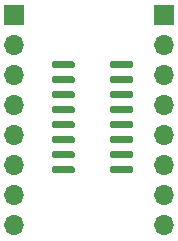
<source format=gbr>
%TF.GenerationSoftware,KiCad,Pcbnew,(5.1.9)-1*%
%TF.CreationDate,2021-09-05T14:58:14+02:00*%
%TF.ProjectId,SOIC-16,534f4943-2d31-4362-9e6b-696361645f70,rev?*%
%TF.SameCoordinates,Original*%
%TF.FileFunction,Soldermask,Top*%
%TF.FilePolarity,Negative*%
%FSLAX46Y46*%
G04 Gerber Fmt 4.6, Leading zero omitted, Abs format (unit mm)*
G04 Created by KiCad (PCBNEW (5.1.9)-1) date 2021-09-05 14:58:14*
%MOMM*%
%LPD*%
G01*
G04 APERTURE LIST*
%ADD10O,1.700000X1.700000*%
%ADD11R,1.700000X1.700000*%
G04 APERTURE END LIST*
%TO.C,U1*%
G36*
G01*
X147804000Y-90701000D02*
X147804000Y-90401000D01*
G75*
G02*
X147954000Y-90251000I150000J0D01*
G01*
X149604000Y-90251000D01*
G75*
G02*
X149754000Y-90401000I0J-150000D01*
G01*
X149754000Y-90701000D01*
G75*
G02*
X149604000Y-90851000I-150000J0D01*
G01*
X147954000Y-90851000D01*
G75*
G02*
X147804000Y-90701000I0J150000D01*
G01*
G37*
G36*
G01*
X147804000Y-91971000D02*
X147804000Y-91671000D01*
G75*
G02*
X147954000Y-91521000I150000J0D01*
G01*
X149604000Y-91521000D01*
G75*
G02*
X149754000Y-91671000I0J-150000D01*
G01*
X149754000Y-91971000D01*
G75*
G02*
X149604000Y-92121000I-150000J0D01*
G01*
X147954000Y-92121000D01*
G75*
G02*
X147804000Y-91971000I0J150000D01*
G01*
G37*
G36*
G01*
X147804000Y-93241000D02*
X147804000Y-92941000D01*
G75*
G02*
X147954000Y-92791000I150000J0D01*
G01*
X149604000Y-92791000D01*
G75*
G02*
X149754000Y-92941000I0J-150000D01*
G01*
X149754000Y-93241000D01*
G75*
G02*
X149604000Y-93391000I-150000J0D01*
G01*
X147954000Y-93391000D01*
G75*
G02*
X147804000Y-93241000I0J150000D01*
G01*
G37*
G36*
G01*
X147804000Y-94511000D02*
X147804000Y-94211000D01*
G75*
G02*
X147954000Y-94061000I150000J0D01*
G01*
X149604000Y-94061000D01*
G75*
G02*
X149754000Y-94211000I0J-150000D01*
G01*
X149754000Y-94511000D01*
G75*
G02*
X149604000Y-94661000I-150000J0D01*
G01*
X147954000Y-94661000D01*
G75*
G02*
X147804000Y-94511000I0J150000D01*
G01*
G37*
G36*
G01*
X147804000Y-95781000D02*
X147804000Y-95481000D01*
G75*
G02*
X147954000Y-95331000I150000J0D01*
G01*
X149604000Y-95331000D01*
G75*
G02*
X149754000Y-95481000I0J-150000D01*
G01*
X149754000Y-95781000D01*
G75*
G02*
X149604000Y-95931000I-150000J0D01*
G01*
X147954000Y-95931000D01*
G75*
G02*
X147804000Y-95781000I0J150000D01*
G01*
G37*
G36*
G01*
X147804000Y-97051000D02*
X147804000Y-96751000D01*
G75*
G02*
X147954000Y-96601000I150000J0D01*
G01*
X149604000Y-96601000D01*
G75*
G02*
X149754000Y-96751000I0J-150000D01*
G01*
X149754000Y-97051000D01*
G75*
G02*
X149604000Y-97201000I-150000J0D01*
G01*
X147954000Y-97201000D01*
G75*
G02*
X147804000Y-97051000I0J150000D01*
G01*
G37*
G36*
G01*
X147804000Y-98321000D02*
X147804000Y-98021000D01*
G75*
G02*
X147954000Y-97871000I150000J0D01*
G01*
X149604000Y-97871000D01*
G75*
G02*
X149754000Y-98021000I0J-150000D01*
G01*
X149754000Y-98321000D01*
G75*
G02*
X149604000Y-98471000I-150000J0D01*
G01*
X147954000Y-98471000D01*
G75*
G02*
X147804000Y-98321000I0J150000D01*
G01*
G37*
G36*
G01*
X147804000Y-99591000D02*
X147804000Y-99291000D01*
G75*
G02*
X147954000Y-99141000I150000J0D01*
G01*
X149604000Y-99141000D01*
G75*
G02*
X149754000Y-99291000I0J-150000D01*
G01*
X149754000Y-99591000D01*
G75*
G02*
X149604000Y-99741000I-150000J0D01*
G01*
X147954000Y-99741000D01*
G75*
G02*
X147804000Y-99591000I0J150000D01*
G01*
G37*
G36*
G01*
X142854000Y-99591000D02*
X142854000Y-99291000D01*
G75*
G02*
X143004000Y-99141000I150000J0D01*
G01*
X144654000Y-99141000D01*
G75*
G02*
X144804000Y-99291000I0J-150000D01*
G01*
X144804000Y-99591000D01*
G75*
G02*
X144654000Y-99741000I-150000J0D01*
G01*
X143004000Y-99741000D01*
G75*
G02*
X142854000Y-99591000I0J150000D01*
G01*
G37*
G36*
G01*
X142854000Y-98321000D02*
X142854000Y-98021000D01*
G75*
G02*
X143004000Y-97871000I150000J0D01*
G01*
X144654000Y-97871000D01*
G75*
G02*
X144804000Y-98021000I0J-150000D01*
G01*
X144804000Y-98321000D01*
G75*
G02*
X144654000Y-98471000I-150000J0D01*
G01*
X143004000Y-98471000D01*
G75*
G02*
X142854000Y-98321000I0J150000D01*
G01*
G37*
G36*
G01*
X142854000Y-97051000D02*
X142854000Y-96751000D01*
G75*
G02*
X143004000Y-96601000I150000J0D01*
G01*
X144654000Y-96601000D01*
G75*
G02*
X144804000Y-96751000I0J-150000D01*
G01*
X144804000Y-97051000D01*
G75*
G02*
X144654000Y-97201000I-150000J0D01*
G01*
X143004000Y-97201000D01*
G75*
G02*
X142854000Y-97051000I0J150000D01*
G01*
G37*
G36*
G01*
X142854000Y-95781000D02*
X142854000Y-95481000D01*
G75*
G02*
X143004000Y-95331000I150000J0D01*
G01*
X144654000Y-95331000D01*
G75*
G02*
X144804000Y-95481000I0J-150000D01*
G01*
X144804000Y-95781000D01*
G75*
G02*
X144654000Y-95931000I-150000J0D01*
G01*
X143004000Y-95931000D01*
G75*
G02*
X142854000Y-95781000I0J150000D01*
G01*
G37*
G36*
G01*
X142854000Y-94511000D02*
X142854000Y-94211000D01*
G75*
G02*
X143004000Y-94061000I150000J0D01*
G01*
X144654000Y-94061000D01*
G75*
G02*
X144804000Y-94211000I0J-150000D01*
G01*
X144804000Y-94511000D01*
G75*
G02*
X144654000Y-94661000I-150000J0D01*
G01*
X143004000Y-94661000D01*
G75*
G02*
X142854000Y-94511000I0J150000D01*
G01*
G37*
G36*
G01*
X142854000Y-93241000D02*
X142854000Y-92941000D01*
G75*
G02*
X143004000Y-92791000I150000J0D01*
G01*
X144654000Y-92791000D01*
G75*
G02*
X144804000Y-92941000I0J-150000D01*
G01*
X144804000Y-93241000D01*
G75*
G02*
X144654000Y-93391000I-150000J0D01*
G01*
X143004000Y-93391000D01*
G75*
G02*
X142854000Y-93241000I0J150000D01*
G01*
G37*
G36*
G01*
X142854000Y-91971000D02*
X142854000Y-91671000D01*
G75*
G02*
X143004000Y-91521000I150000J0D01*
G01*
X144654000Y-91521000D01*
G75*
G02*
X144804000Y-91671000I0J-150000D01*
G01*
X144804000Y-91971000D01*
G75*
G02*
X144654000Y-92121000I-150000J0D01*
G01*
X143004000Y-92121000D01*
G75*
G02*
X142854000Y-91971000I0J150000D01*
G01*
G37*
G36*
G01*
X142854000Y-90701000D02*
X142854000Y-90401000D01*
G75*
G02*
X143004000Y-90251000I150000J0D01*
G01*
X144654000Y-90251000D01*
G75*
G02*
X144804000Y-90401000I0J-150000D01*
G01*
X144804000Y-90701000D01*
G75*
G02*
X144654000Y-90851000I-150000J0D01*
G01*
X143004000Y-90851000D01*
G75*
G02*
X142854000Y-90701000I0J150000D01*
G01*
G37*
%TD*%
D10*
%TO.C,J2*%
X152400000Y-104140000D03*
X152400000Y-101600000D03*
X152400000Y-99060000D03*
X152400000Y-96520000D03*
X152400000Y-93980000D03*
X152400000Y-91440000D03*
X152400000Y-88900000D03*
D11*
X152400000Y-86360000D03*
%TD*%
D10*
%TO.C,J1*%
X139700000Y-104140000D03*
X139700000Y-101600000D03*
X139700000Y-99060000D03*
X139700000Y-96520000D03*
X139700000Y-93980000D03*
X139700000Y-91440000D03*
X139700000Y-88900000D03*
D11*
X139700000Y-86360000D03*
%TD*%
M02*

</source>
